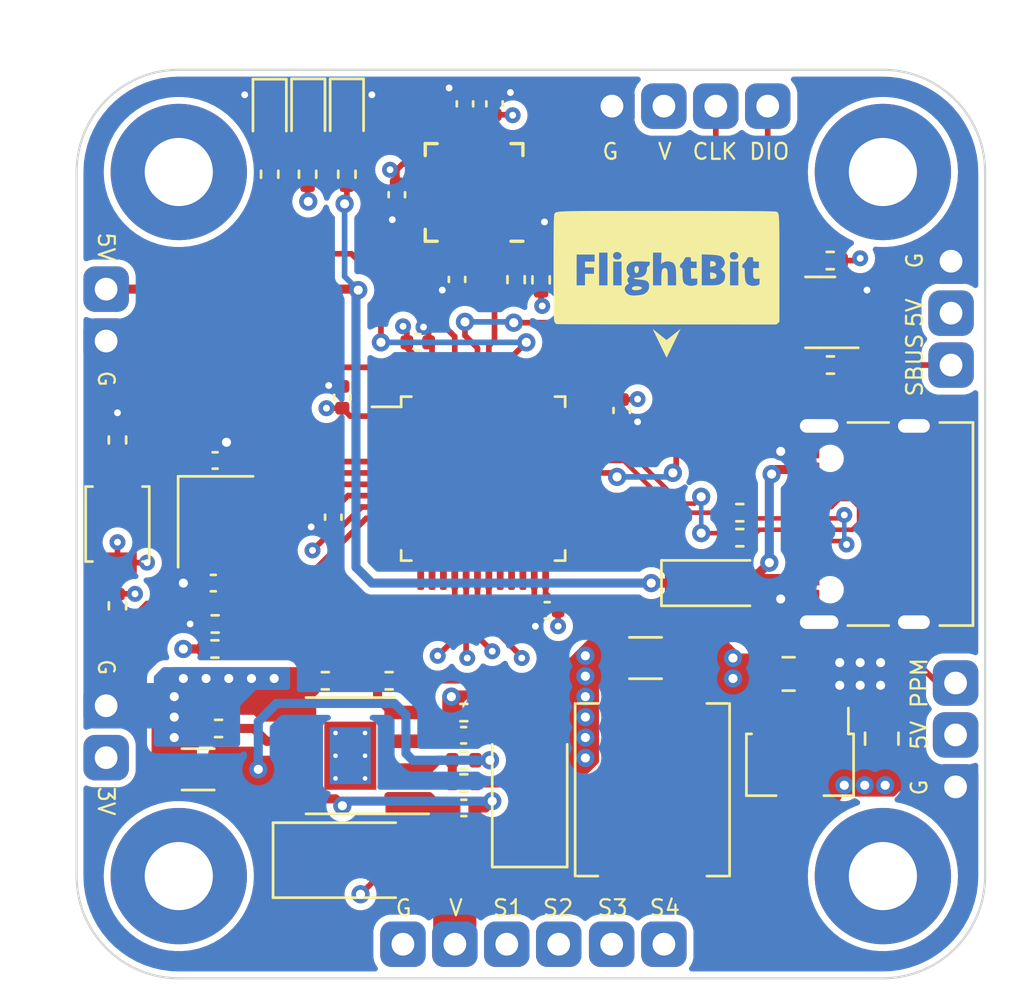
<source format=kicad_pcb>
(kicad_pcb (version 20211014) (generator pcbnew)
  (layers (0 "F.Cu" signal) (1 "In1.Cu" signal) (2 "In2.Cu" signal) (31 "B.Cu" signal) (34 "B.Paste" user) (35 "F.Paste" user) (36 "B.SilkS" user "B.Silkscreen") (37 "F.SilkS" user "F.Silkscreen") (38 "B.Mask" user) (39 "F.Mask" user) (44 "Edge.Cuts" user))
  (net 0 "")
  (net 1 "+3V3")
  (net 2 "GND")
  (net 3 "/HSE_IN")
  (net 4 "/HSE_OUT")
  (net 5 "/REGOUT")
  (net 6 "/CPOUT")
  (net 7 "/VIN")
  (net 8 "GNDPWR")
  (net 9 "Net-(C13-Pad1)")
  (net 10 "/COMP")
  (net 11 "/BST")
  (net 12 "/SW")
  (net 13 "+5V")
  (net 14 "/VBAT")
  (net 15 "Net-(D3-Pad2)")
  (net 16 "Net-(D4-Pad2)")
  (net 17 "Net-(D5-Pad2)")
  (net 18 "/SBUS")
  (net 19 "/D-")
  (net 20 "/D+")
  (net 25 "VBUS")
  (net 26 "/PPM")
  (net 27 "/TIM3_S1")
  (net 28 "/TIM3_S2")
  (net 29 "/TIM3_S3")
  (net 30 "/TIM3_S4")
  (net 31 "Net-(Q1-Pad1)")
  (net 32 "/UART1_RX")
  (net 33 "/BOOT")
  (net 34 "/NRST")
  (net 35 "/IMU_SDA")
  (net 36 "/IMU_SCL")
  (net 37 "/USB_DN")
  (net 38 "/USB_DP")
  (net 39 "/EN")
  (net 40 "/FREQ")
  (net 41 "/FB")
  (net 42 "/LED_STATUS")
  (net 43 "/VoltageMeter")
  (net 59 "/UART1_TX")
  (net 60 "/SWCLK")
  (net 61 "/SWDIO")
  (net 65 "/IMU_INT")
  (footprint "myCustomLibs:pad_01x04" (layer "F.Cu") (at 143.271 78.8 -90)
    (fp_text reference "J7")
    (fp_text value "Conn_01x04")
  )
  (footprint "Button_Switch_SMD:SW_SPST_B3U-1000P" (layer "F.Cu") (at 121.5 97.2 -90)
    (fp_text reference "SW1")
    (fp_text value "SW_Push")
  )
  (footprint "myCustomLibs:pad_01x03" (layer "F.Cu") (at 158.4 107.883)
    (fp_text reference "J3")
    (fp_text value "PPM")
  )
  (footprint "Capacitor_SMD:C_0402_1005Metric" (layer "F.Cu") (at 140.42 101 180)
    (fp_text reference "C3")
    (fp_text value "100nF")
  )
  (footprint "myCustomLibs:pad_01x06" (layer "F.Cu") (at 137.458 115.7 -90)
    (fp_text reference "J4")
    (fp_text value "OUT")
  )
  (footprint "LED_SMD:LED_0603_1608Metric" (layer "F.Cu") (at 128.2 79.1 -90)
    (fp_text reference "D3")
    (fp_text value "LEDR")
  )
  (footprint "Capacitor_SMD:C_0402_1005Metric" (layer "F.Cu") (at 143.7 92.2 -90)
    (fp_text reference "C4")
    (fp_text value "100nF")
  )
  (footprint "Resistor_SMD:R_0402_1005Metric" (layer "F.Cu") (at 129.87 81.8 -90)
    (fp_text reference "R16")
    (fp_text value "330R")
  )
  (footprint "Connector_USB:USB_C_Receptacle_Palconn_UTC16-G" (layer "F.Cu") (at 154.325 97.2 90)
    (fp_text reference "J2")
    (fp_text value "USB_C_Receptacle_USB2.0")
  )
  (footprint "SFA_LOGO:Arrow" (layer "F.Cu") (at 145.7 89.3 -90)
    (fp_text reference "G***")
    (fp_text value "LOGO" hide)
  )
  (footprint "Capacitor_SMD:C_0805_2012Metric" (layer "F.Cu") (at 155.15 106.65 90)
    (fp_text reference "C17")
    (fp_text value "10uF")
  )
  (footprint "Package_TO_SOT_SMD:SOT-23" (layer "F.Cu") (at 152.44 87.88 180)
    (fp_text reference "Q1")
    (fp_text value "1P")
  )
  (footprint "LED_SMD:LED_0603_1608Metric" (layer "F.Cu") (at 131.6 79.0875 -90)
    (fp_text reference "D5")
    (fp_text value "LEDR")
  )
  (footprint "Resistor_SMD:R_0402_1005Metric" (layer "F.Cu") (at 152.88 85.6 180)
    (fp_text reference "R6")
    (fp_text value "4k7")
  )
  (footprint "Resistor_SMD:R_0402_1005Metric" (layer "F.Cu") (at 130.65 104.1)
    (fp_text reference "R14")
    (fp_text value "39k")
  )
  (footprint "Resistor_SMD:R_0402_1005Metric" (layer "F.Cu") (at 136.75 107.6)
    (fp_text reference "R9")
    (fp_text value "100k")
  )
  (footprint "SFA_LOGO:FlightBit" (layer "F.Cu") (at 145.7 85.9)
    (fp_text reference "G***")
    (fp_text value "LOGO" hide)
  )
  (footprint "MountingHole:MountingHole_3mm_Pad" (layer "F.Cu") (at 124.2 81.7)
    (fp_text reference "H2")
    (fp_text value "MountingHole")
  )
  (footprint "Resistor_SMD:R_0402_1005Metric" (layer "F.Cu") (at 136.75 108.6 180)
    (fp_text reference "R10")
    (fp_text value "24k")
  )
  (footprint "Resistor_SMD:R_0402_1005Metric" (layer "F.Cu") (at 121.5 100.8 90)
    (fp_text reference "R2")
    (fp_text value "10k")
  )
  (footprint "Capacitor_SMD:C_0402_1005Metric" (layer "F.Cu") (at 138.1 78.7 -90)
    (fp_text reference "C8")
    (fp_text value "10nF")
  )
  (footprint "Capacitor_SMD:C_0402_1005Metric" (layer "F.Cu") (at 136.45 86.43 -90)
    (fp_text reference "C11")
    (fp_text value "2.2nF")
  )
  (footprint "Capacitor_SMD:C_0402_1005Metric" (layer "F.Cu") (at 136.75 109.7 180)
    (fp_text reference "C14")
    (fp_text value "100nF")
  )
  (footprint "LED_SMD:LED_0603_1608Metric" (layer "F.Cu") (at 129.9 79.0875 -90)
    (fp_text reference "D4")
    (fp_text value "LEDB")
  )
  (footprint "MountingHole:MountingHole_3mm_Pad" (layer "F.Cu") (at 124.2 112.7)
    (fp_text reference "H4")
    (fp_text value "MountingHole")
  )
  (footprint "Resistor_SMD:R_0402_1005Metric" (layer "F.Cu") (at 125.95 106.2)
    (fp_text reference "R11")
    (fp_text value "100k")
  )
  (footprint "Resistor_SMD:R_0402_1005Metric" (layer "F.Cu") (at 139.05 86.44 90)
    (fp_text reference "R4")
    (fp_text value "4k7")
  )
  (footprint "Resistor_SMD:R_0402_1005Metric" (layer "F.Cu") (at 125.8 101.6)
    (fp_text reference "R19")
    (fp_text value "12k")
  )
  (footprint "Resistor_SMD:R_0402_1005Metric" (layer "F.Cu") (at 125.79 102.7 180)
    (fp_text reference "R18")
    (fp_text value "100k")
  )
  (footprint "Capacitor_SMD:C_0402_1005Metric" (layer "F.Cu") (at 133.8 82.7 -90)
    (fp_text reference "C10")
    (fp_text value "100nF")
  )
  (footprint "Capacitor_SMD:C_1206_3216Metric" (layer "F.Cu") (at 125.05 108 180)
    (fp_text reference "C12")
    (fp_text value "10uF/50V")
  )
  (footprint "Capacitor_SMD:C_0402_1005Metric" (layer "F.Cu") (at 136.8 78.7 90)
    (fp_text reference "C9")
    (fp_text value "100nF")
  )
  (footprint "Resistor_SMD:R_0402_1005Metric" (layer "F.Cu") (at 152.89 90.2)
    (fp_text reference "R5")
    (fp_text value "4k7")
  )
  (footprint "MountingHole:MountingHole_3mm_Pad" (layer "F.Cu") (at 155.2 81.7)
    (fp_text reference "H3")
    (fp_text value "MountingHole")
  )
  (footprint "Capacitor_SMD:C_0402_1005Metric" (layer "F.Cu") (at 125.72 99.8)
    (fp_text reference "C7")
    (fp_text value "20pF")
  )
  (footprint "Resistor_SMD:R_0402_1005Metric" (layer "F.Cu") (at 148.9 97.8 180)
    (fp_text reference "R8")
    (fp_text value "22R")
  )
  (footprint "myCustomLibs:pad_01x03" (layer "F.Cu") (at 158.2 86.517 180)
    (fp_text reference "J1")
    (fp_text value "SBUS")
  )
  (footprint "Diode_SMD:D_SOD-123" (layer "F.Cu") (at 147.7 99.8)
    (fp_text reference "D6")
    (fp_text value "S7")
  )
  (footprint "Crystal:Crystal_SMD_3225-4Pin_3.2x2.5mm" (layer "F.Cu") (at 125.82 97.1 -90)
    (fp_text reference "Y1")
    (fp_text value "8MHz")
  )
  (footprint "Capacitor_SMD:C_0402_1005Metric" (layer "F.Cu") (at 136.74 106.5 180)
    (fp_text reference "C13")
    (fp_text value "150pF")
  )
  (footprint "Resistor_SMD:R_0402_1005Metric" (layer "F.Cu") (at 148.9 96.7 180)
    (fp_text reference "R7")
    (fp_text value "22R")
  )
  (footprint "Package_TO_SOT_SMD:SOT-89-3" (layer "F.Cu") (at 151.55 107.5 -90)
    (fp_text reference "U4")
    (fp_text value "AZ1117-3.3")
  )
  (footprint "Capacitor_SMD:C_0805_2012Metric" (layer "F.Cu") (at 151.05 103.8)
    (fp_text reference "C16")
    (fp_text value "10uF")
  )
  (footprint "Resistor_SMD:R_0402_1005Metric" (layer "F.Cu") (at 140.15 86.45 90)
    (fp_text reference "R3")
    (fp_text value "4k7")
  )
  (footprint "Resistor_SMD:R_0402_1005Metric" (layer "F.Cu") (at 128.2 81.8 -90)
    (fp_text reference "R15")
    (fp_text value "150R")
  )
  (footprint "Capacitor_SMD:C_0402_1005Metric" (layer "F.Cu") (at 131.4 91.62 90)
    (fp_text reference "C5")
    (fp_text value "100nF")
  )
  (footprint "Resistor_SMD:R_0402_1005Metric" (layer "F.Cu") (at 131.6 81.8 -90)
    (fp_text reference "R17")
    (fp_text value "260R")
  )
  (footprint "Capacitor_SMD:C_0402_1005Metric" (layer "F.Cu") (at 125.8 94.4 180)
    (fp_text reference "C6")
    (fp_text value "20pF")
  )
  (footprint "Diode_SMD:D_SMA" (layer "F.Cu") (at 131.75 112)
    (fp_text reference "D1")
    (fp_text value "SS34")
  )
  (footprint "myCustomLibs:pad_01x02" (layer "F.Cu") (at 121 89.143)
    (fp_text reference "J5")
    (fp_text value "Conn_01x02")
  )
  (footprint "Capacitor_SMD:C_1206_3216Metric" (layer "F.Cu") (at 144.75 103.1 180)
    (fp_text reference "C15")
    (fp_text value "22uF/16V")
  )
  (footprint "Capacitor_SMD:C_0402_1005Metric" (layer "F.Cu") (at 134.72 89.2)
    (fp_text reference "C2")
    (fp_text value "100nF")
  )
  (footprint "Diode_SMD:D_SMA" (layer "F.Cu") (at 139.65 108.9 90)
    (fp_text reference "D2")
    (fp_text value "SS34")
  )
  (footprint "Package_SO:SOIC-8-1EP_3.9x4.9mm_P1.27mm_EP2.29x3mm_ThermalVias" (layer "F.Cu") (at 131.75 107.4 180)
    (fp_text reference "U3")
    (fp_text value "MP1584")
  )
  (footprint "Resistor_SMD:R_0402_1005Metric" (layer "F.Cu") (at 121.5 93.5 -90)
    (fp_text reference "R1")
    (fp_text value "10k")
  )
  (footprint "Package_QFP:LQFP-48_7x7mm_P0.5mm" (layer "F.Cu") (at 137.6 95.2)
    (fp_text reference "U1")
    (fp_text value "STM32F103C8Tx")
  )
  (footprint "Sensor_Motion:InvenSense_QFN-24_4x4mm_P0.5mm" (layer "F.Cu") (at 137.2 82.6 180)
    (fp_text reference "U2")
    (fp_text value "MPU-6050")
  )
  (footprint "Resistor_SMD:R_0402_1005Metric" (layer "F.Cu") (at 136.75 105.5)
    (fp_text reference "R12")
    (fp_text value "100k")
  )
  (footprint "MountingHole:MountingHole_3mm_Pad" (layer "F.Cu") (at 155.2 112.7)
    (fp_text reference "H1")
    (fp_text value "MountingHole")
  )
  (footprint "Resistor_SMD:R_0402_1005Metric" (layer "F.Cu") (at 133.46 104.1)
    (fp_text reference "R13")
    (fp_text value "200k")
  )
  (footprint "myCustomLibs:pad_01x02" (layer "F.Cu") (at 121 105.2 180)
    (fp_text reference "J6")
    (fp_text value "Conn_01x02")
  )
  (footprint "Inductor_SMD:L_Neosid_SM-PIC0602H" (layer "F.Cu") (at 145.05 108.9 90)
    (fp_text reference "L1")
    (fp_text value "15uH/3A")
  )
  (footprint "Capacitor_SMD:C_0402_1005Metric" (layer "F.Cu") (at 131 96.9 90)
    (fp_text reference "C1")
    (fp_text value "100nF")
  )
  (footprint "NetTie:NetTie-2_SMD_Pad2.0mm" (layer "B.Cu") (at 123 105.2 180)
    (fp_text reference "NT1")
    (fp_text value "NetTie_2")
  )
  (gr_arc (start 124.2 117.2) (mid 121.018019 115.881981) (end 119.7 112.7) (layer "Edge.Cuts") (width 0.1))
  (gr_line (start 124.2 77.2) (end 155.2 77.2) (layer "Edge.Cuts") (width 0.1))
  (gr_arc (start 159.7 112.7) (mid 158.381981 115.881981) (end 155.2 117.2) (layer "Edge.Cuts") (width 0.1))
  (gr_arc (start 155.2 77.2) (mid 158.381981 78.518019) (end 159.7 81.7) (layer "Edge.Cuts") (width 0.1))
  (gr_line (start 155.2 117.2) (end 124.2 117.2) (layer "Edge.Cuts") (width 0.1))
  (gr_line (start 159.7 81.7) (end 159.7 112.7) (layer "Edge.Cuts") (width 0.1))
  (gr_line (start 119.7 112.7) (end 119.7 81.7) (layer "Edge.Cuts") (width 0.1))
  (gr_arc (start 119.7 81.7) (mid 121.018019 78.518019) (end 124.2 77.2) (layer "Edge.Cuts") (width 0.1))
  (gr_text "PPM" (at 156.8 104.2 90) (layer "F.SilkS") (effects (font (size 0.7 0.7) (thickness 0.1))))
  (gr_text "G" (at 134.1 114.1) (layer "F.SilkS") (effects (font (size 0.7 0.7) (thickness 0.1))))
  (gr_text "G" (at 121 90.8 270) (layer "F.SilkS") (effects (font (size 0.7 0.7) (thickness 0.1))))
  (gr_text "S4\n" (at 145.6 114.1) (layer "F.SilkS") (effects (font (size 0.7 0.7) (thickness 0.1))))
  (gr_text "G" (at 143.2 80.8) (layer "F.SilkS") (effects (font (size 0.7 0.7) (thickness 0.1))))
  (gr_text "V" (at 145.6 80.8) (layer "F.SilkS") (effects (font (size 0.7 0.7) (thickness 0.1))))
  (gr_text "5V" (at 156.6 87.9 90) (layer "F.SilkS") (effects (font (size 0.7 0.7) (thickness 0.1))))
  (gr_text "DIO" (at 150.2 80.8) (layer "F.SilkS") (effects (font (size 0.7 0.7) (thickness 0.1))))
  (gr_text "G" (at 156.8 108.8 90) (layer "F.SilkS") (effects (font (size 0.7 0.7) (thickness 0.1))))
  (gr_text "S3\n" (at 143.3 114.1) (layer "F.SilkS") (effects (font (size 0.7 0.7) (thickness 0.1))))
  (gr_text "V" (at 136.4 114.1) (layer "F.SilkS") (effects (font (size 0.7 0.7) (thickness 0.1))))
  (gr_text "S2" (at 140.9 114.1) (layer "F.SilkS") (effects (font (size 0.7 0.7) (thickness 0.1))))
  (gr_text "CLK" (at 147.8 80.8) (layer "F.SilkS") (effects (font (size 0.7 0.7) (thickness 0.1))))
  (gr_text "S1" (at 138.7 114.1) (layer "F.SilkS") (effects (font (size 0.7 0.7) (thickness 0.1))))
  (gr_text "5V" (at 156.8 106.5 90) (layer "F.SilkS") (effects (font (size 0.7 0.7) (thickness 0.1))))
  (gr_text "SBUS" (at 156.6 90.2 90) (layer "F.SilkS") (effects (font (size 0.7 0.7) (thickness 0.1))))
  (gr_text "G" (at 156.6 85.6 90) (layer "F.SilkS") (effects (font (size 0.7 0.7) (thickness 0.1))))
  (gr_text "5V" (at 121 85 270) (layer "F.SilkS") (effects (font (size 0.7 0.7) (thickness 0.1))))
  (gr_text "3V" (at 121 109.4 270) (layer "F.SilkS") (effects (font (size 0.7 0.7) (thickness 0.1))))
  (gr_text "G" (at 121 103.5 270) (layer "F.SilkS") (effects (font (size 0.7 0.7) (thickness 0.1))))
  (segment (start 135.25 81.35) (end 134.05 81.35) (width 0.25) (layer "F.Cu") (net 1))
  (segment (start 121.5 98.9) (end 122.8 98.9) (width 0.25) (layer "F.Cu") (net 1))
  (segment (start 143.38 91.72) (end 143.7 91.72) (width 0.25) (layer "F.Cu") (net 1))
  (segment (start 133.8 81.9) (end 133.8 82.22) (width 0.25) (layer "F.Cu") (net 1))
  (segment (start 131 97.446111) (end 130.08662 98.359491) (width 0.25) (layer "F.Cu") (net 1))
  (segment (start 131 97.38) (end 131 97.446111) (width 0.25) (layer "F.Cu") (net 1))
  (segment (start 134.24 89.2) (end 134.24 88.661513) (width 0.25) (layer "F.Cu") (net 1))
  (segment (start 153.39 85.6) (end 154.1 85.6) (width 0.25) (layer "F.Cu") (net 1))
  (segment (start 134.85 90.05) (end 134.24 89.44) (width 0.25) (layer "F.Cu") (net 1))
  (segment (start 132.25 96.45) (end 131.32 97.38) (width 0.25) (layer "F.Cu") (net 1))
  (segment (start 140.35 100.25) (end 140.9 100.8) (width 0.25) (layer "F.Cu") (net 1))
  (segment (start 140.15 87.55) (end 140.15 86.96) (width 0.25) (layer "F.Cu") (net 1))
  (segment (start 121.516944 100.273056) (end 121.5 100.29) (width 0.25) (layer "F.Cu") (net 1))
  (segment (start 141.7625 92.45) (end 142.65 92.45) (width 0.25) (layer "F.Cu") (net 1))
  (segment (start 154.1 85.6) (end 154.2 85.5) (width 0.25) (layer "F.Cu") (net 1))
  (segment (start 140.9 100.8) (end 140.9 101) (width 0.25) (layer "F.Cu") (net 1))
  (segment (start 129.87 82.97) (end 129.9 83) (width 0.25) (layer "F.Cu") (net 1))
  (segment (start 137.95 79.33) (end 138.1 79.18) (width 0.25) (layer "F.Cu") (net 1))
  (segment (start 133.5 81.6) (end 133.8 81.9) (width 0.25) (layer "F.Cu") (net 1))
  (segment (start 121.5 98.9) (end 121.5 98) (width 0.25) (layer "F.Cu") (net 1))
  (segment (start 133.8 81.6) (end 133.8 82.22) (width 0.25) (layer "F.Cu") (net 1))
  (segment (start 134.05 81.35) (end 133.8 81.6) (width 0.25) (layer "F.Cu") (net 1))
  (segment (start 122.273056 100.273056) (end 121.516944 100.273056) (width 0.25) (layer "F.Cu") (net 1))
  (segment (start 139.05 86.95) (end 140.14 86.95) (width 0.25) (layer "F.Cu") (net 1))
  (segment (start 140.2 87.6) (end 140.15 87.55) (width 0.25) (layer "F.Cu") (net 1))
  (segment (start 142.65 92.45) (end 143.38 91.72) (width 0.25) (layer "F.Cu") (net 1))
  (segment (start 140.9 101) (end 140.9 101.7) (width 0.25) (layer "F.Cu") (net 1))
  (segment (start 143.7 91.72) (end 144.38 91.72) (width 0.25) (layer "F.Cu") (net 1))
  (segment (start 131.75 92.45) (end 131.4 92.1) (width 0.25) (layer "F.Cu") (net 1))
  (segment (start 140.35 99.3625) (end 140.35 100.25) (width 0.25) (layer "F.Cu") (net 1))
  (segment (start 138.1 79.18) (end 138.88 79.18) (width 0.25) (layer "F.Cu") (net 1))
  (segment (start 134.85 91.0375) (end 134.85 90.05) (width 0.25) (layer "F.Cu") (net 1))
  (segment (start 131.4 92.1) (end 130.7 92.1) (width 0.25) (layer "F.Cu") (net 1))
  (segment (start 134.24 89.44) (end 134.24 89.2) (width 0.25) (layer "F.Cu") (net 1))
  (segment (start 133.4375 96.45) (end 132.25 96.45) (width 0.25) (layer "F.Cu") (net 1))
  (segment (start 140.14 86.95) (end 140.15 86.96) (width 0.25) (layer "F.Cu") (net 1))
  (segment (start 137.95 80.65) (end 137.95 79.33) (width 0.25) (layer "F.Cu") (net 1))
  (segment (start 131.32 97.38) (end 131 97.38) (width 0.25) (layer "F.Cu") (net 1))
  (segment (start 144.38 91.72) (end 144.4 91.7) (width 0.25) (layer "F.Cu") (net 1))
  (segment (start 129.87 82.31) (end 129.87 82.97) (width 0.25) (layer "F.Cu") (net 1))
  (segment (start 134.24 88.661513) (end 134.074099 88.495612) (width 0.25) (layer "F.Cu") (net 1))
  (segment (start 133.4375 92.45) (end 131.75 92.45) (width 0.25) (layer "F.Cu") (net 1))
  (segment (start 138.88 79.18) (end 138.9 79.2) (width 0.25) (layer "F.Cu") (net 1))
  (via (at 122.8 98.9) (size 0.7) (drill 0.3) (layers "F.Cu" "B.Cu") (net 1))
  (via (at 140.9 101.7) (size 0.7) (drill 0.3) (layers "F.Cu" "B.Cu") (net 1))
  (via (at 154.2 85.5) (size 0.7) (drill 0.3) (layers "F.Cu" "B.Cu") (net 1))
  (via (at 134.074099 88.495612) (size 0.7) (drill 0.3) (layers "F.Cu" "B.Cu") (net 1))
  (via (at 140.2 87.6) (size 0.7) (drill 0.3) (layers "F.Cu" "B.Cu") (net 1))
  (via (at 122.273056 100.273056) (size 0.7) (drill 0.3) (layers "F.Cu" "B.Cu") (net 1))
  (via (at 130.08662 98.359491) (size 0.7) (drill 0.3) (layers "F.Cu" "B.Cu") (net 1))
  (via (at 121.5 98) (size 0.7) (drill 0.3) (layers "F.Cu" "B.Cu") (net 1))
  (via (at 130.7 92.1) (size 0.7) (drill 0.3) (layers "F.Cu" "B.Cu") (net 1))
  (via (at 129.9 83) (size 0.8) (drill 0.4) (layers "F.Cu" "B.Cu") (net 1))
  (via (at 155.3 108.7) (size 0.8) (drill 0.4) (layers "F.Cu" "B.Cu") (net 1))
  (via (at 133.5 81.6) (size 0.7) (drill 0.3) (layers "F.Cu" "B.Cu") (net 1))
  (via (at 153.5 108.7) (size 0.8) (drill 0.4) (layers "F.Cu" "B.Cu") (net 1))
  (via (at 138.9 79.2) (size 0.7) (drill 0.3) (layers "F.Cu" "B.Cu") (net 1))
  (via (at 154.4 108.7) (size 0.8) (drill 0.4) (layers "F.Cu" "B.Cu") (net 1))
  (via (at 144.4 91.7) (size 0.7) (drill 0.3) (layers "F.Cu" "B.Cu") (net 1))
  (segment (start 139.85 99.3625) (end 139.85 100.91) (width 0.25) (layer "F.Cu") (net 2))
  (segment (start 127.1125 78.3125) (end 127.1 78.3) (width 0.25) (layer "F.Cu") (net 2))
  (segment (start 143.43 92.95) (end 143.7 92.68) (width 0.25) (layer "F.Cu") (net 2))
  (segment (start 154.47 86.93) (end 154.5 86.9) (width 0.25) (layer "F.Cu") (net 2))
  (segment (start 138.78 78.22) (end 138.8 78.2) (width 0.25) (layer "F.Cu") (net 2))
  (segment (start 137.46548 80.63452) (end 137.46548 78.84759) (width 0.25) (layer "F.Cu") (net 2))
  (segment (start 135.35 91.0375) (end 135.35 89.35) (width 0.25) (layer "F.Cu") (net 2))
  (segment (start 136.8 78.22) (end 136.58 78.22) (width 0.25) (layer "F.Cu") (net 2))
  (segment (start 135.2 89.2) (end 135.2 88.753888) (width 0.25) (layer "F.Cu") (net 2))
  (segment (start 133.8 83.18) (end 133.8 83.4) (width 0.25) (layer "F.Cu") (net 2))
  (segment (start 135.35 89.35) (end 135.2 89.2) (width 0.25) (layer "F.Cu") (net 2))
  (segment (start 151.815 94) (end 150.7 94) (width 0.4) (layer "F.Cu") (net 2))
  (segment (start 131.18 96.42) (end 131.65 95.95) (width 0.25) (layer "F.Cu") (net 2))
  (segment (start 152.395 101.52) (end 156.565 101.52) (width 0.4) (layer "F.Cu") (net 2))
  (segment (start 126.28 93.62) (end 126.3 93.6) (width 0.4) (layer "F.Cu") (net 2))
  (segment (start 136.45 79.95) (end 136.45 80.65) (width 0.25) (layer "F.Cu") (net 2))
  (segment (start 126.28 94.4) (end 126.28 93.62) (width 0.4) (layer "F.Cu") (net 2))
  (segment (start 136.8 78.22) (end 136.32 78.22) (width 0.25) (layer "F.Cu") (net 2))
  (segment (start 135.2 88.753888) (end 134.973056 88.526944) (width 0.25) (layer "F.Cu") (net 2))
  (segment (start 150.8 100.4) (end 150.7 100.5) (width 0.4) (layer "F.Cu") (net 2))
  (segment (start 131 96.42) (end 130.933888 96.42) (width 0.25) (layer "F.Cu") (net 2))
  (segment (start 134.25 83.85) (end 135.25 83.85) (width 0.25) (layer "F.Cu") (net 2))
  (segment (start 139.94 101.66) (end 139.9 101.7) (width 0.25) (layer "F.Cu") (net 2))
  (segment (start 125.24 98.47) (end 124.97 98.2) (width 0.4) (layer "F.Cu") (net 2))
  (segment (start 139.94 101) (end 139.94 101.66) (width 0.25) (layer "F.Cu") (net 2))
  (segment (start 138.1 78.22) (end 138.78 78.22) (width 0.25) (layer "F.Cu") (net 2))
  (segment (start 152.395 92.88) (end 156.565 92.88) (width 0.4) (layer "F.Cu") (net 2))
  (segment (start 128.2 78.3125) (end 127.1125 78.3125) (width 0.25) (layer "F.Cu") (net 2))
  (segment (start 136.1 78.7) (end 136.1 79.6) (width 0.25) (layer "F.Cu") (net 2))
  (segment (start 131.4 91.14) (end 130.84 91.14) (width 0.25) (layer "F.Cu") (net 2))
  (segment (start 143.7 92.68) (end 144.38 92.68) (width 0.25) (layer "F.Cu") (net 2))
  (segment (start 139.15 83.85) (end 140.25 83.85) (width 0.25) (layer "F.Cu") (net 2))
  (segment (start 141.7625 92.95) (end 143.43 92.95) (width 0.25) (layer "F.Cu") (net 2))
  (segment (start 136.32 78.22) (end 136.1 78) (width 0.25) (layer "F.Cu") (net 2))
  (segment (start 136.45 86.91) (end 135.81 86.91) (width 0.25) (layer "F.Cu") (net 2))
  (segment (start 131.65 95.95) (end 133.4375 95.95) (width 0.25) (layer "F.Cu") (net 2))
  (segment (start 130.84 91.14) (end 130.8 91.1) (width 0.25) (layer "F.Cu") (net 2))
  (segment (start 139.85 100.91) (end 139.94 101) (width 0.25) (layer "F.Cu") (net 2))
  (segment (start 126.28 94.88) (end 126.28 94.4) (width 0.4) (layer "F.Cu") (net 2))
  (segment (start 125.29 101.6) (end 124.7 101.6) (width 0.25) (layer "F.Cu") (net 2))
  (segment (start 126.67 95.27) (end 126.28 94.88) (width 0.4) (layer "F.Cu") (net 2))
  (segment (start 128.2 78.3125) (end 131.5875 78.3125) (width 0.25) (layer "F.Cu") (net 2))
  (segment (start 137.46548 78.84759) (end 138.09307 78.22) (width 0.25) (layer "F.Cu") (net 2))
  (segment (start 131.5875 78.3125) (end 131.6 78.3) (width 0.25) (layer "F.Cu") (net 2))
  (segment (start 131 96.42) (end 131.18 96.42) (width 0.25) (layer "F.Cu") (net 2))
  (segment (start 138.09307 78.22) (end 138.1 78.22) (width 0.25) (layer "F.Cu") (net 2))
  (segment (start 131.6 78.3) (end 132.7 78.3) (width 0.25) (layer "F.Cu") (net 2))
  (segment (start 135.81 86.91) (end 135.8 86.9) (width 0.25) (layer "F.Cu") (net 2))
  (segment (start 133.8 83.4) (end 134.25 83.85) (width 0.25) (layer "F.Cu") (net 2))
  (segment (start 136.1 79.6) (end 136.45 79.95) (width 0.25) (layer "F.Cu") (net 2))
  (segment (start 126.67 96) (end 126.67 95.27) (width 0.4) (layer "F.Cu") (net 2))
  (segment (start 151.815 100.4) (end 150.8 100.4) (width 0.4) (layer "F.Cu") (net 2))
  (segment (start 121.5 92.99) (end 121.5 92.3) (width 0.25) (layer "F.Cu") (net 2))
  (segment (start 133.8 83.6) (end 133.6 83.8) (width 0.25) (layer "F.Cu") (net 2))
  (segment (start 125.24 99.8) (end 124.4 99.8) (width 0.4) (layer "F.Cu") (net 2))
  (segment (start 133.8 83.18) (end 133.8 83.6) (width 0.25) (layer "F.Cu") (net 2))
  (segment (start 136.58 78.22) (end 136.1 78.7) (width 0.25) (layer "F.Cu") (net 2))
  (segment (start 153.3775 86.93) (end 154.47 86.93) (width 0.25) (layer "F.Cu") (net 2))
  (segment (start 137.45 80.65) (end 137.46548 80.63452) (width 0.25) (layer "F.Cu") (net 2))
  (segment (start 144.38 92.68) (end 144.4 92.7) (width 0.25) (layer "F.Cu") (net 2))
  (segment (start 140.25 83.85) (end 140.3 83.9) (width 0.25) (layer "F.Cu") (net 2))
  (segment (start 125.24 99.8) (end 125.24 98.47) (width 0.4) (layer "F.Cu") (net 2))
  (segment (start 130.933888 96.42) (end 130.026944 97.326944) (width 0.25) (layer "F.Cu") (net 2))
  (via (at 154.2 104.3) (size 0.8) (drill 0.4) (layers "F.Cu" "B.Cu") (net 2))
  (via (at 154.5 86.9) (size 0.7) (drill 0.3) (layers "F.Cu" "B.Cu") (net 2))
  (via (at 124.7 101.6) (size 0.7) (drill 0.3) (layers "F.Cu" "B.Cu") (net 2))
  (via (at 138.8 78.2) (size 0.7) (drill 0.3) (layers "F.Cu" "B.Cu") (net 2))
  (via (at 136.1 78) (size 0.7) (drill 0.3) (layers "F.Cu" "B.Cu") (net 2))
  (via (at 127.1 78.3) (size 0.7) (drill 0.3) (layers "F.Cu" "B.Cu") (net 2))
  (via (at 124.4 99.8) (size 0.8) (drill 0.4) (layers "F.Cu" "B.Cu") (net 2))
  (via (at 140.3 83.9) (size 0.7) (drill 0.3) (layers "F.Cu" "B.Cu") (net 2))
  (via (at 139.9 101.7) (size 0.7) (drill 0.3) (layers "F.Cu" "B.Cu") (net 2))
  (via (at 121.5 92.3) (size 0.7) (drill 0.3) (layers "F.Cu" "B.Cu") (net 2))
  (via (at 150.7 100.5) (size 0.8) (drill 0.4) (layers "F.Cu" "B.Cu") (net 2))
  (via (at 132.7 78.3) (size 0.7) (drill 0.3) (layers "F.Cu" "B.Cu") (net 2))
  (via (at 135.8 86.9) (size 0.7) (drill 0.3) (layers "F.Cu" "B.Cu") (net 2))
  (via (at 155.1 104.3) (size 0.8) (drill 0.4) (layers "F.Cu" "B.Cu") (net 2))
  (via (at 126.3 93.6) (size 0.8) (drill 0.4) (layers "F.Cu" "B.Cu") (net 2))
  (via (at 153.3 103.3) (size 0.8) (drill 0.4) (layers "F.Cu" "B.Cu") (net 2))
  (via (at 144.4 92.7) (size 0.7) (drill 0.3) (layers "F.Cu" "B.Cu") (net 2))
  (via (at 153.3 104.3) (size 0.8) (drill 0.4) (layers "F.Cu" "B.Cu") (net 2))
  (via (at 130.026944 97.326944) (size 0.7) (drill 0.3) (layers "F.Cu" "B.Cu") (net 2))
  (via (at 150.7 94) (size 0.8) (drill 0.4) (layers "F.Cu" "B.Cu") (net 2))
  (via (at 154.2 103.3) (size 0.8) (drill 0.4) (layers "F.Cu" "B.Cu") (net 2))
  (via (at 155.1 103.3) (size 0.8) (drill 0.4) (layers "F.Cu" "B.Cu") (net 2))
  (via (at 134.973056 88.526944) (size 0.7) (drill 0.3) (layers "F.Cu" "B.Cu") (net 2))
  (via (at 130.8 91.1) (size 0.7) (drill 0.3) (layers "F.Cu" "B.Cu") (net 2))
  (via (at 133.6 83.8) (size 0.7) (drill 0.3) (layers "F.Cu" "B.Cu") (net 2))
  (segment (start 124.97 96) (end 124.97 95.33) (width 0.25) (layer "F.Cu") (net 3))
  (segment (start 125.7 97.1) (end 124.97 96.37) (width 0.25) (layer "F.Cu") (net 3))
  (segment (start 130.25 94.45) (end 127.6 97.1) (width 0.25) (layer "F.Cu") (net 3))
  (segment (start 124.97 96.37) (end 124.97 96) (width 0.25) (layer "F.Cu") (net 3))
  (segment (start 124.97 95.33) (end 125.32 94.98) (width 0.25) (layer "F.Cu") (net 3))
  (segment (start 125.32 94.4) (end 125.32 94.98) (width 0.25) (layer "F.Cu") (net 3))
  (segment (start 127.6 97.1) (end 125.7 97.1) (width 0.25) (layer "F.Cu") (net 3))
  (segment (start 133.4375 94.45) (end 130.25 94.45) (width 0.25) (layer "F.Cu") (net 3))
  (segment (start 126.67 98.2) (end 126.67 98.63) (width 0.25) (layer "F.Cu") (net 4))
  (segment (start 130.65 94.95) (end 133.4375 94.95) (width 0.25) (layer "F.Cu") (net 4))
  (segment (start 126.67 98.2) (end 127.4 98.2) (width 0.25) (layer "F.Cu") (net 4))
  (segment (start 126.67 98.63) (end 126.2 99.1) (width 0.25) (layer "F.Cu") (net 4))
  (segment (start 127.4 98.2) (end 130.65 94.95) (width 0.25) (layer "F.Cu") (net 4))
  (segment (start 126.2 99.1) (end 126.2 99.8) (width 0.25) (layer "F.Cu") (net 4))
  (segment (start 136.95 80.65) (end 136.95 79.33) (width 0.25) (layer "F.Cu") (net 5))
  (segment (start 136.95 79.33) (end 136.8 79.18) (width 0.25) (layer "F.Cu") (net 5))
  (segment (start 136.45 85.95) (end 136.45 84.55) (width 0.25) (layer "F.Cu") (net 6))
  (segment (start 137.26 107.6) (end 137.9 107.6) (width 0.4) (layer "F.Cu") (net 7))
  (via (at 127.7 108) (size 0.8) (drill 0.4) (layers "F.Cu" "B.Cu") (net 7))
  (via (at 137.9 107.6) (size 0.8) (drill 0.4) (layers "F.Cu" "B.Cu") (net 7))
  (segment (start 134.2 107.3) (end 134.2 105.6) (width 0.4) (layer "B.Cu") (net 7))
  (segment (start 134.2 105.6) (end 133.7 105.1) (width 0.4) (layer "B.Cu") (net 7))
  (segment (start 127.7 105.9) (end 127.7 108) (width 0.4) (layer "B.Cu") (net 7))
  (segment (start 137.9 107.6) (end 134.5 107.6) (width 0.4) (layer "B.Cu") (net 7))
  (segment (start 134.5 107.6) (end 134.2 107.3) (width 0.4) (layer "B.Cu") (net 7))
  (segment (start 128.5 105.1) (end 127.7 105.9) (width 0.4) (layer "B.Cu") (net 7))
  (segment (start 133.7 105.1) (end 128.5 105.1) (width 0.4) (layer "B.Cu") (net 7))
  (segment (start 139.65 108.45) (end 139.65 106.9) (width 0.4) (layer "F.Cu") (net 8))
  (segment (start 137.26 108.6) (end 139.5 108.6) (width 0.4) (layer "F.Cu") (net 8))
  (segment (start 139.5 108.6) (end 139.65 108.45) (width 0.4) (layer "F.Cu") (net 8))
  (via (at 127.4 104) (size 0.8) (drill 0.4) (layers "F.Cu" "B.Cu") (net 8))
  (via (at 142.1 106.6) (size 0.8) (drill 0.4) (layers "F.Cu" "B.Cu") (net 8))
  (via (at 124 105.7) (size 0.8) (drill 0.4) (layers "F.Cu" "B.Cu") (net 8))
  (via (at 142.1 105.7) (size 0.8) (drill 0.4) (layers "F.Cu" "B.Cu") (net 8))
  (via (at 142.1 103.9) (size 0.8) (drill 0.4) (layers "F.Cu" "B.Cu") (net 8))
  (via (at 142.1 104.8) (size 0.8) (drill 0.4) (layers "F.Cu" "B.Cu") (net 8))
  (via (at 142.1 107.5) (size 0.8) (drill 0.4) (layers "F.Cu" "B.Cu") (net 8))
  (via (at 126.4 104) (size 0.8) (drill 0.4) (layers "F.Cu" "B.Cu") (net 8))
  (via (at 128.4 104) (size 0.8) (drill 0.4) (layers "F.Cu" "B.Cu") (net 8))
  (via (at 124 106.6) (size 0.8) (drill 0.4) (layers "F.Cu" "B.Cu") (net 8))
  (via (at 124 104.8) (size 0.8) (drill 0.4) (layers "F.Cu" "B.Cu") (net 8))
  (via (at 136.2 104.8) (size 0.8) (drill 0.4) (layers "F.Cu" "B.Cu") (net 8))
  (via (at 142.1 103) (size 0.8) (drill 0.4) (layers "F.Cu" "B.Cu") (net 8))
  (via (at 124.4 104) (size 0.8) (drill 0.4) (layers "F.Cu" "B.Cu") (net 8))
  (via (at 125.4 104) (size 0.8) (drill 0.4) (layers "F.Cu" "B.Cu") (net 8))
  (segment (start 137.26 106.46) (end 137.22 106.5) (width 0.4) (layer "F.Cu") (net 9))
  (segment (start 137.26 105.5) (end 137.26 106.46) (width 0.4) (layer "F.Cu") (net 9))
  (segment (start 135.7 106.5) (end 135.435 106.765) (width 0.4) (layer "F.Cu") (net 10))
  (segment (start 136.26 106.5) (end 135.7 106.5) (width 0.4) (layer "F.Cu") (net 10))
  (segment (start 135.435 106.765) (end 134.225 106.765) (width 0.4) (layer "F.Cu") (net 10))
  (segment (start 131.1 109.3) (end 131.4 109.6) (width 0.4) (layer "F.Cu") (net 11))
  (segment (start 130.4 109.3) (end 131.1 109.3) (width 0.4) (layer "F.Cu") (net 11))
  (segment (start 137.7 109.7) (end 138 109.4) (width 0.4) (layer "F.Cu") (net 11))
  (segment (start 129.275 109.305) (end 130.395 109.305) (width 0.4) (layer "F.Cu") (net 11))
  (segment (start 130.395 109.305) (end 130.4 109.3) (width 0.4) (layer "F.Cu") (net 11))
  (segment (start 137.23 109.7) (end 137.7 109.7) (width 0.4) (layer "F.Cu") (net 11))
  (via (at 131.4 109.6) (size 0.8) (drill 0.4) (layers "F.Cu" "B.Cu") (net 11))
  (via (at 138 109.4) (size 0.8) (drill 0.4) (layers "F.Cu" "B.Cu") (net 11))
  (segment (start 131.6 109.4) (end 131.4 109.6) (width 0.4) (layer "B.Cu") (net 11))
  (segment (start 138 109.4) (end 131.6 109.4) (width 0.4) (layer "B.Cu") (net 11))
  (segment (start 131.6 82.31) (end 131.6 83) (width 0.25) (layer "F.Cu") (net 13))
  (segment (start 139.7 104.1) (end 142.4 101.4) (width 0.25) (layer "F.Cu") (net 13))
  (segment (start 132.057 86.857) (end 121 86.857) (width 0.4) (layer "F.Cu") (net 13))
  (segment (start 142.4 101.4) (end 145.9 101.4) (width 0.25) (layer "F.Cu") (net 13))
  (segment (start 146.1 101.4) (end 146.225 101.275) (width 0.4) (layer "F.Cu") (net 13))
  (segment (start 133.97 104.1) (end 139.7 104.1) (width 0.25) (layer "F.Cu") (net 13))
  (segment (start 132.1 86.9) (end 132.057 86.857) (width 0.4) (layer "F.Cu") (net 13))
  (segment (start 145.9 101.4) (end 146.225 101.725) (width 0.25) (layer "F.Cu") (net 13))
  (segment (start 146.225 101.725) (end 146.225 103.1) (width 0.25) (layer "F.Cu") (net 13))
  (segment (start 146.225 99.975) (end 146.05 99.8) (width 0.4) (layer "F.Cu") (net 13))
  (segment (start 146.225 101.275) (end 146.225 99.975) (width 0.4) (layer "F.Cu") (net 13))
  (segment (start 146.225 103.1) (end 146.225 101.275) (width 0.4) (layer "F.Cu") (net 13))
  (segment (start 146.05 99.8) (end 145 99.8) (width 0.4) (layer "F.Cu") (net 13))
  (segment (start 145.9 101.4) (end 146.1 101.4) (width 0.4) (layer "F.Cu") (net 13))
  (segment (start 131.6 83) (end 131.5 83.1) (width 0.25) (layer "F.Cu") (net 13))
  (via (at 148.6 104) (size 0.8) (drill 0.4) (layers "F.Cu" "B.Cu") (net 13))
  (via (at 131.5 83.1) (size 0.8) (drill 0.4) (layers "F.Cu" "B.Cu") (net 13))
  (via (at 132.1 86.9) (size 0.8) (drill 0.4) (layers "F.Cu" "B.Cu") (net 13))
  (via (at 148.6 103.1) (size 0.8) (drill 0.4) (layers "F.Cu" "B.Cu") (net 13))
  (via (at 145 99.8) (size 0.8) (drill 0.4) (layers "F.Cu" "B.Cu") (net 13))
  (segment (start 131.5 86.3) (end 132.1 86.9) (width 0.25) (layer "B.Cu") (net 13))
  (segment (start 132 99.1) (end 132.7 99.8) (width 0.4) (layer "B.Cu") (net 13))
  (segment (start 132 87) (end 132 99.1) (width 0.4) (layer "B.Cu") (net 13))
  (segment (start 132.1 86.9) (end 132 87) (width 0.4) (layer "B.Cu") (net 13))
  (segment (start 131.5 83.1) (end 131.5 86.3) (width 0.25) (layer "B.Cu") (net 13))
  (segment (start 132.7 99.8) (end 145 99.8) (width 0.4) (layer "B.Cu") (net 13))
  (segment (start 133.75 112) (end 133.7 112) (width 0.25) (layer "F.Cu") (net 14))
  (segment (start 133.7 112) (end 132.2 113.5) (width 0.25) (layer "F.Cu") (net 14))
  (segment (start 125.28 102.7) (end 124.4 102.7) (width 0.4) (layer "F.Cu") (net 14))
  (via (at 124.4 102.7) (size 0.8) (drill 0.4) (layers "F.Cu" "B.Cu") (net 14))
  (via (at 132.2 113.5) (size 0.8) (drill 0.4) (layers "F.Cu" "B.Cu") (net 14))
  (segment (start 128.2 81.29) (end 128.2 79.8875) (width 0.25) (layer "F.Cu") (net 15))
  (segment (start 129.87 79.905) (end 129.9 79.875) (width 0.25) (layer "F.Cu") (net 16))
  (segment (start 129.87 81.29) (end 129.87 79.905) (width 0.25) (layer "F.Cu") (net 16))
  (segment (start 131.6 81.29) (end 131.6 79.875) (width 0.25) (layer "F.Cu") (net 17))
  (segment (start 153.4 90.2) (end 158.2 90.2) (width 0.25) (layer "F.Cu") (net 18))
  (segment (start 153.6 98.1) (end 153.45 97.95) (width 0.2) (layer "F.Cu") (net 19))
  (segment (start 151.815 96.95) (end 153.35 96.95) (width 0.2) (layer "F.Cu") (net 19))
  (segment (start 151.815 96.95) (end 149.66 96.95) (width 0.2) (layer "F.Cu") (net 19))
  (segment (start 153.35 96.95) (end 153.5 96.8) (width 0.2) (layer "F.Cu") (net 19))
  (segment (start 153.45 97.95) (end 151.815 97.95) (width 0.2) (layer "F.Cu") (net 19))
  (segment (start 149.66 96.95) (end 149.41 96.7) (width 0.2) (layer "F.Cu") (net 19))
  (via (at 153.5 96.8) (size 0.7) (drill 0.3) (layers "F.Cu" "B.Cu") (net 19))
  (via (at 153.6 98.1) (size 0.7) (drill 0.3) (layers "F.Cu" "B.Cu") (net 19))
  (segment (start 153.5 98) (end 153.6 98.1) (width 0.2) (layer "B.Cu") (net 19))
  (segment (start 153.5 96.8) (end 153.5 98) (width 0.2) (layer "B.Cu") (net 19))
  (segment (start 149.76 97.45) (end 149.41 97.8) (width 0.2) (layer "F.Cu") (net 20))
  (segment (start 154.149511 96.449511) (end 154.149511 97.150489) (width 0.2) (layer "F.Cu") (net 20))
  (segment (start 152.931452 96.45) (end 153.281452 96.1) (width 0.2) (layer "F.Cu") (net 20))
  (segment (start 153.85 97.45) (end 151.815 97.45) (width 0.2) (layer "F.Cu") (net 20))
  (segment (start 153.281452 96.1) (end 153.8 96.1) (width 0.2) (layer "F.Cu") (net 20))
  (segment (start 151.815 96.45) (end 152.931452 96.45) (width 0.2) (layer "F.Cu") (net 20))
  (segment (start 153.8 96.1) (end 154.149511 96.449511) (width 0.2) (layer "F.Cu") (net 20))
  (segment (start 151.815 97.45) (end 149.76 97.45) (width 0.2) (layer "F.Cu") (net 20))
  (segment (start 154.149511 97.150489) (end 153.85 97.45) (width 0.2) (layer "F.Cu") (net 20))
  (segment (start 149.55 99.6) (end 149.35 99.8) (width 0.4) (layer "F.Cu") (net 25))
  (segment (start 150.5 94.8) (end 150.3 95) (width 0.4) (layer "F.Cu") (net 25))
  (segment (start 150.2 98.9) (end 149.35 99.75) (width 0.4) (layer "F.Cu") (net 25))
  (segment (start 149.35 99.75) (end 149.35 99.8) (width 0.4) (layer "F.Cu") (net 25))
  (segment (start 151.815 94.8) (end 150.5 94.8) (width 0.4) (layer "F.Cu") (net 25))
  (segment (start 151.815 99.6) (end 149.55 99.6) (width 0.4) (layer "F.Cu") (net 25))
  (via (at 150.3 95) (size 0.8) (drill 0.4) (layers "F.Cu" "B.Cu") (net 25))
  (via (at 150.2 98.9) (size 0.8) (drill 0.4) (layers "F.Cu" "B.Cu") (net 25))
  (segment (start 150.3 95) (end 150.2 95.1) (width 0.4) (layer "B.Cu") (net 25))
  (segment (start 150.2 95.1) (end 150.2 98.9) (width 0.4) (layer "B.Cu") (net 25))
  (segment (start 143.75 95.95) (end 150.2 102.4) (width 0.25) (layer "F.Cu") (net 26))
  (segment (start 157.6 104.2) (end 158.4 104.2) (width 0.25) (layer "F.Cu") (net 26))
  (segment (start 155.8 102.4) (end 157.6 104.2) (width 0.25) (layer "F.Cu") (net 26))
  (segment (start 141.7625 95.95) (end 143.75 95.95) (width 0.25) (layer "F.Cu") (net 26))
  (segment (start 150.2 102.4) (end 155.8 102.4) (width 0.25) (layer "F.Cu") (net 26))
  (segment (start 135.6 103) (end 136.35 102.25) (width 0.25) (layer "F.Cu") (net 27))
  (segment (start 136.35 102.25) (end 136.35 99.3625) (width 0.25) (layer "F.Cu") (net 27))
  (via (at 135.6 103) (size 0.7) (drill 0.3) (layers "F.Cu" "B.Cu") (net 27))
  (segment (start 136.9 103.1) (end 136.85 103.05) (width 0.25) (layer "F.Cu") (net 28))
  (segment (start 136.85 103.05) (end 136.85 99.3625) (width 0.25) (layer "F.Cu") (net 28))
  (via (at 136.9 103.1) (size 0.7) (drill 0.3) (layers "F.Cu" "B.Cu") (net 28))
  (segment (start 137.35 102.15) (end 137.35 99.3625) (width 0.25) (layer "F.Cu") (net 29))
  (segment (start 138 102.8) (end 137.35 102.15) (width 0.25) (layer "F.Cu") (net 29))
  (via (at 138 102.8) (size 0.7) (drill 0.3) (layers "F.Cu" "B.Cu") (net 29))
  (segment (start 139.3 103.1) (end 139.3 103.046096) (width 0.25) (layer "F.Cu") (net 30))
  (segment (start 139.3 103.046096) (end 137.85 101.596096) (width 0.25) (layer "F.Cu") (net 30))
  (segment (start 137.85 101.596096) (end 137.85 99.3625) (width 0.25) (layer "F.Cu") (net 30))
  (via (at 139.3 103.1) (size 0.7) (drill 0.3) (layers "F.Cu" "B.Cu") (net 30))
  (segment (start 153.3775 88.83) (end 152.67 88.83) (width 0.25) (layer "F.Cu") (net 31))
  (segment (start 152.67 88.83) (end 152.3 89.2) (width 0.25) (layer "F.Cu") (net 31))
  (segment (start 152.3 90.12) (end 152.38 90.2) (width 0.25) (layer "F.Cu") (net 31))
  (segment (start 152.3 89.2) (end 152.3 90.12) (width 0.25) (layer "F.Cu") (net 31))
  (segment (start 143.321777 94.95) (end 143.496278 95.124501) (width 0.25) (layer "F.Cu") (net 32))
  (segment (start 146.1 94.8) (end 146.1 88.2) (width 0.25) (layer "F.Cu") (net 32))
  (segment (start 151.5025 85.9975) (end 151.5025 87.88) (width 0.25) (layer "F.Cu") (net 32))
  (segment (start 145.953722 94.946278) (end 146.1 94.8) (width 0.25) (layer "F.Cu") (net 32))
  (segment (start 152.37 85.6) (end 151.9 85.6) (width 0.25) (layer "F.Cu") (net 32))
  (segment (start 151.9 85.6) (end 151.5025 85.9975) (width 0.25) (layer "F.Cu") (net 32))
  (segment (start 146.1 88.2) (end 146.42 87.88) (width 0.25) (layer "F.Cu") (net 32))
  (segment (start 141.7625 94.95) (end 143.321777 94.95) (width 0.25) (layer "F.Cu") (net 32))
  (segment (start 146.42 87.88) (end 151.5025 87.88) (width 0.25) (layer "F.Cu") (net 32))
  (via (at 145.953722 94.946278) (size 0.8) (drill 0.4) (layers "F.Cu" "B.Cu") (net 32))
  (via (at 143.496278 95.124501) (size 0.8) (drill 0.4) (layers "F.Cu" "B.Cu") (net 32))
  (segment (start 145.953722 94.946278) (end 145.775499 95.124501) (width 0.25) (layer "B.Cu") (net 32))
  (segment (start 145.775499 95.124501) (end 143.496278 95.124501) (width 0.25) (layer "B.Cu") (net 32))
  (segment (start 134.7 92.3) (end 132.7 90.3) (width 0.25) (layer "F.Cu") (net 33))
  (segment (start 132.7 90.3) (end 126.7 90.3) (width 0.25) (layer "F.Cu") (net 33))
  (segment (start 122.99 94.01) (end 121.5 94.01) (width 0.25) (layer "F.Cu") (net 33))
  (segment (start 136.6 92.3) (end 134.7 92.3) (width 0.25) (layer "F.Cu") (net 33))
  (segment (start 121.5 95.5) (end 121.5 94.01) (width 0.25) (layer "F.Cu") (net 33))
  (segment (start 136.85 92.05) (end 136.6 92.3) (width 0.25) (layer "F.Cu") (net 33))
  (segment (start 126.7 90.3) (end 122.99 94.01) (width 0.25) (layer "F.Cu") (net 33))
  (segment (start 136.85 91.0375) (end 136.85 92.05) (width 0.25) (layer "F.Cu") (net 33))
  (segment (start 130.95 95.45) (end 129.2 97.2) (width 0.25) (layer "F.Cu") (net 34))
  (segment (start 122.8 100.7) (end 122.19 101.31) (width 0.25) (layer "F.Cu") (net 34))
  (segment (start 127.6 100.7) (end 122.8 100.7) (width 0.25) (layer "F.Cu") (net 34))
  (segment (start 122.19 101.31) (end 121.5 101.31) (width 0.25) (layer "F.Cu") (net 34))
  (segment (start 133.4375 95.45) (end 130.95 95.45) (width 0.25) (layer "F.Cu") (net 34))
  (segment (start 129.2 97.2) (end 129.2 99.1) (width 0.25) (layer "F.Cu") (net 34))
  (segment (start 129.2 99.1) (end 127.6 100.7) (width 0.25) (layer "F.Cu") (net 34))
  (segment (start 141.2 86.1) (end 141 85.9) (width 0.25) (layer "F.Cu") (net 35))
  (segment (start 140.66574 88.33426) (end 141.2 87.8) (width 0.25) (layer "F.Cu") (net 35))
  (segment (start 138.6 85.1) (end 139.8 85.1) (width 0.25) (layer "F.Cu") (net 35))
  (segment (start 139.8 85.1) (end 140.15 85.45) (width 0.25) (layer "F.Cu") (net 35))
  (segment (start 138.45 84.95) (end 138.6 85.1) (width 0.25) (layer "F.Cu") (net 35))
  (segment (start 137.35 89.45) (end 137.35 91.0375) (width 0.25) (layer "F.Cu") (net 35))
  (segment (start 140.15 85.45) (end 140.15 85.94) (width 0.25) (layer "F.Cu") (net 35))
  (segment (start 138.45 84.55) (end 138.45 84.95) (width 0.25) (layer "F.Cu") (net 35))
  (segment (start 136.8 88.9) (end 137.35 89.45) (width 0.25) (layer "F.Cu") (net 35))
  (segment (start 141 85.9) (end 140.19 85.9) (width 0.25) (layer "F.Cu") (net 35))
  (segment (start 136.8 88.3) (end 136.8 88.9) (width 0.25) (layer "F.Cu") (net 35))
  (segment (start 141.2 87.8) (end 141.2 86.1) (width 0.25) (layer "F.Cu") (net 35))
  (segment (start 138.947408 88.33426) (end 140.66574 88.33426) (width 0.25) (layer "F.Cu") (net 35))
  (segment (start 140.19 85.9) (end 140.15 85.94) (width 0.25) (layer "F.Cu") (net 35))
  (via (at 138.947408 88.33426) (size 0.8) (drill 0.4) (layers "F.Cu" "B.Cu") (net 35))
  (via (at 136.8 88.3) (size 0.8) (drill 0.4) (layers "F.Cu" "B.Cu") (net 35))
  (segment (start 138.913148 88.3) (end 136.8 88.3) (width 0.25) (layer "B.Cu") (net 35))
  (segment (start 138.947408 88.33426) (end 138.913148 88.3) (width 0.25) (layer "B.Cu") (net 35))
  (segment (start 138.33 85.93) (end 138.57 85.93) (width 0.25) (layer "F.Cu") (net 36))
  (segment (start 137.95 85.55) (end 138.33 85.93) (width 0.25) (layer "F.Cu") (net 36))
  (segment (start 137.85 91.0375) (end 137.85 89.35) (width 0.25) (layer "F.Cu") (net 36))
  (segment (start 138.1 86.4) (end 138.57 85.93) (width 0.25) (layer "F.Cu") (net 36))
  (segment (start 137.95 84.55) (end 137.95 85.55) (width 0.25) (layer "F.Cu") (net 36))
  (segment (start 138.57 85.93) (end 139.05 85.93) (width 0.25) (layer "F.Cu") (net 36))
  (segment (start 138.1 89.1) (end 138.1 86.4) (width 0.25) (layer "F.Cu") (net 36))
  (segment (start 137.85 89.35) (end 138.1 89.1) (width 0.25) (layer "F.Cu") (net 36))
  (segment (start 148.39 96.7) (end 146.0818 96.7) (width 0.2) (layer "F.Cu") (net 37))
  (segment (start 141.787499 94.425001) (end 141.7625 94.45) (width 0.2) (layer "F.Cu") (net 37))
  (segment (start 143.806801 94.425001) (end 141.787499 94.425001) (width 0.2) (layer "F.Cu") (net 37))
  (segment (start 146.0818 96.7) (end 143.806801 94.425001) (width 0.2) (layer "F.Cu") (net 37))
  (segment (start 143.993199 93.974999) (end 141.787499 93.974999) (width 0.2) (layer "F.Cu") (net 38))
  (segment (start 146.9005 96.3) (end 146.3182 96.3) (width 0.2) (layer "F.Cu") (net 38))
  (segment (start 148.19 97.6) (end 148.39 97.8) (width 0.2) (layer "F.Cu") (net 38))
  (segment (start 141.787499 93.974999) (end 141.7625 93.95) (width 0.2) (layer "F.Cu") (net 38))
  (segment (start 147.2 96.0005) (end 146.9005 96.3) (width 0.2) (layer "F.Cu") (net 38))
  (segment (start 147.2 97.6) (end 148.19 97.6) (width 0.2) (layer "F.Cu") (net 38))
  (segment (start 146.3182 96.3) (end 143.993199 93.974999) (width 0.2) (layer "F.Cu") (net 38))
  (via (at 147.2 96.0005) (size 0.8) (drill 0.4) (layers "F.Cu" "B.Cu") (net 38))
  (via (at 147.2 97.6) (size 0.8) (drill 0.4) (layers "F.Cu" "B.Cu") (net 38))
  (segment (start 147.2 96.0005) (end 147.2 97.6) (width 0.2) (layer "B.Cu") (net 38))
  (segment (start 135.6 107.6) (end 136.24 107.6) (width 0.4) (layer "F.Cu") (net 39))
  (segment (start 136.24 108.6) (end 136.24 107.6) (width 0.4) (layer "F.Cu") (net 39))
  (segment (start 135.165 108.035) (end 135.6 107.6) (width 0.4) (layer "F.Cu") (net 39))
  (segment (start 134.225 108.035) (end 135.165 108.035) (width 0.4) (layer "F.Cu") (net 39))
  (segment (start 128.065 106.765) (end 127.5 106.2) (width 0.4) (layer "F.Cu") (net 40))
  (segment (start 129.275 106.765) (end 128.065 106.765) (width 0.4) (layer "F.Cu") (net 40))
  (segment (start 127.5 106.2) (end 126.46 106.2) (width 0.4) (layer "F.Cu") (net 40))
  (segment (start 134.225 105.495) (end 133.595 105.495) (width 0.4) (layer "F.Cu") (net 41))
  (segment (start 131.16 104.1) (end 132.95 104.1) (width 0.4) (layer "F.Cu") (net 41))
  (segment (start 133.595 105.495) (end 132.95 104.85) (width 0.4) (layer "F.Cu") (net 41))
  (segment (start 132.95 104.85) (end 132.95 104.1) (width 0.4) (layer "F.Cu") (net 41))
  (segment (start 131.8 85.3) (end 128.8 85.3) (width 0.25) (layer "F.Cu") (net 42))
  (segment (start 133.1 86.6) (end 131.8 85.3) (width 0.25) (layer "F.Cu") (net 42))
  (segment (start 133.1 89.2) (end 133.1 86.6) (width 0.25) (layer "F.Cu") (net 42))
  (segment (start 128.2 84.7) (end 128.2 82.31) (width 0.25) (layer "F.Cu") (net 42))
  (segment (start 128.8 85.3) (end 128.2 84.7) (width 0.25) (layer "F.Cu") (net 42))
  (segment (start 138.85 91.0375) (end 138.85 89.85) (width 0.25) (layer "F.Cu") (net 42))
  (segment (start 138.85 89.85) (end 139.5 89.2) (width 0.25) (layer "F.Cu") (net 42))
  (via (at 139.5 89.2) (size 0.8) (drill 0.4) (layers "F.Cu" "B.Cu") (net 42))
  (via (at 133.1 89.2) (size 0.8) (drill 0.4) (layers "F.Cu" "B.Cu") (net 42))
  (segment (start 139.498545 89.201455) (end 133.101455 89.201455) (width 0.25) (layer "B.Cu") (net 42))
  (segment (start 139.5 89.2) (end 139.498545 89.201455) (width 0.25) (layer "B.Cu") (net 42))
  (segment (start 133.101455 89.201455) (end 133.1 89.2) (width 0.25) (layer "B.Cu") (net 42))
  (segment (start 126.31 102.69) (end 126.3 102.7) (width 0.25) (layer "F.Cu") (net 43))
  (segment (start 126.31 101.6) (end 126.31 102.69) (width 0.25) (layer "F.Cu") (net 43))
  (segment (start 132.45 96.95) (end 127.8 101.6) (width 0.25) (layer "F.Cu") (net 43))
  (segment (start 133.4375 96.95) (end 132.45 96.95) (width 0.25) (layer "F.Cu") (net 43))
  (segment (start 127.8 101.6) (end 126.31 101.6) (width 0.25) (layer "F.Cu") (net 43))
  (segment (start 140.35 91.0375) (end 140.35 90.05) (width 0.25) (layer "F.Cu") (net 60))
  (segment (start 140.35 90.05) (end 147.843 82.557) (width 0.25) (layer "F.Cu") (net 60))
  (segment (start 147.843 82.557) (end 147.843 78.8) (width 0.25) (layer "F.Cu") (net 60))
  (segment (start 145.5 87.4) (end 150.129 82.771) (width 0.25) (layer "F.Cu") (net 61))
  (segment (start 144.95 93.45) (end 145.5 92.9) (width 0.25) (layer "F.Cu") (net 61))
  (segment (start 150.129 82.771) (end 150.129 78.8) (width 0.25) (layer "F.Cu") (net 61))
  (segment (start 141.7625 93.45) (end 144.95 93.45) (width 0.25) (layer "F.Cu") (net 61))
  (segment (start 145.5 92.9) (end 145.5 87.4) (width 0.25) (layer "F.Cu") (net 61))
  (segment (start 132.6 85.2) (end 132.6 80.3) (width 0.25) (layer "F.Cu") (net 65))
  (segment (start 135.95 80.15) (end 135.95 80.65) (width 0.25) (layer "F.Cu") (net 65))
  (segment (start 132.6 80.3) (end 133.2 79.7) (width 0.25) (layer "F.Cu") (net 65))
  (segment (start 135.5 79.7) (end 135.95 80.15) (width 0.25) (layer "F.Cu") (net 65))
  (segment (start 136.35 91.0375) (end 136.35 88.95) (width 0.25) (layer "F.Cu") (net 65))
  (segment (start 133.2 79.7) (end 135.5 79.7) (width 0.25) (layer "F.Cu") (net 65))
  (segment (start 136.35 88.95) (end 132.6 85.2) (width 0.25) (layer "F.Cu") (net 65))
  (zone (net 14) (net_name "/VBAT") (layer "F.Cu") (priority 1) (connect_pads yes (clearance 0.3)) (min_thickness 0.254) (fill yes (thermal_gap 0.508) (thermal_bridge_width 0.508))
    (polygon (pts (xy 137.3 113.4) (xy 137.3 116.4) (xy 135.4 116.3) (xy 135.4 113.5) (xy 134.8 112.9) (xy 132.5 112.9) (xy 132.5 112.6) (xy 132.5 111.1) (xy 135 111.1)))
  )
  (zone (net 1) (net_name "+3V3") (layer "F.Cu") (priority 1) (connect_pads yes (clearance 0.3)) (min_thickness 0.254) (fill yes (thermal_gap 0.508) (thermal_bridge_width 0.508))
    (polygon (pts (xy 152 106.8) (xy 154.2 106.8) (xy 154.4 106.65) (xy 156.1 106.65) (xy 156.3 106.8) (xy 156.3 108.6) (xy 155.7 109.2) (xy 153.4 109.2) (xy 153.1 109.8) (xy 150.7 109.8) (xy 150.7 106.7) (xy 151.1 106.7) (xy 151.1 105.2) (xy 152 105.2)))
  )
  (zone (net 13) (net_name "+5V") (layer "F.Cu") (priority 1) (connect_pads yes (clearance 0.3)) (min_thickness 0.254) (fill yes (thermal_gap 0.508) (thermal_bridge_width 0.508))
    (polygon (pts (xy 148.9 102.9) (xy 150.6 102.9) (xy 150.9 103.2) (xy 150.9 104.6) (xy 150.6 104.9) (xy 150.6 106.5) (xy 148.6 106.5) (xy 148.1 107) (xy 143.3 107) (xy 143.3 104.7) (xy 144.9 104.7) (xy 144.9 102.5) (xy 145.5 101.9) (xy 147.9 101.9)))
  )
  (zone (net 8) (net_name "GNDPWR") (layer "F.Cu") (priority 2) (connect_pads yes (clearance 0.3)) (min_thickness 0.254) (fill yes (thermal_gap 0.508) (thermal_bridge_width 0.508))
    (polygon (pts (xy 144.3 102.4) (xy 144.3 103.9) (xy 144.1 104.1) (xy 142.9 104.1) (xy 142.7 104.3) (xy 142.7 107.7) (xy 142.2 108.2) (xy 138.7 108.2) (xy 138.7 105.7) (xy 137.9 104.9) (xy 136.9 104.9) (xy 136.7 105.1) (xy 136.7 105.7) (xy 136.6 105.8) (xy 135.9 105.8) (xy 135.8 105.7) (xy 135.8 104.7) (xy 136.1 104.4) (xy 140.1 104.4) (xy 142.3 102.2) (xy 144.1 102.2)))
  )
  (zone (net 2) (net_name "GND") (layer "F.Cu") (priority 1) (connect_pads yes (clearance 0.3)) (min_thickness 0.254) (fill yes (thermal_gap 0.508) (thermal_bridge_width 0.508))
    (polygon (pts (xy 155.8 103.3) (xy 155.8 106.2) (xy 155.6 106.4) (xy 154.2 106.4) (xy 154.1 106.5) (xy 152.6 106.5) (xy 152.6 105.1) (xy 152.3 104.8) (xy 151.5 104.8) (xy 151.4 104.7) (xy 151.4 103) (xy 151.6 102.8) (xy 155.3 102.8)))
  )
  (zone (net 12) (net_name "/SW") (layer "F.Cu") (priority 1) (connect_pads yes (clearance 0.3)) (min_thickness 0.254) (fill yes (thermal_gap 0.508) (thermal_bridge_width 0.508))
    (polygon (pts (xy 135.5 109.2) (xy 136.4 109.2) (xy 136.6 109.4) (xy 136.6 110.1) (xy 136.8 110.3) (xy 138.1 110.3) (xy 138.7 109.7) (xy 140.6 109.7) (xy 141.6 110.7) (xy 146.8 110.7) (xy 146.8 113.2) (xy 137.7 113.2) (xy 135.4 110.9) (xy 135.1 110.6) (xy 133.9 110.6) (xy 133.3 110.3) (xy 133.3 109) (xy 135.3 109)))
  )
  (zone (net 8) (net_name "GNDPWR") (layer "F.Cu") (priority 1) (connect_pads yes (clearance 0.3)) (min_thickness 0.254) (fill yes (thermal_gap 0.508) (thermal_bridge_width 0.508))
    (polygon (pts (xy 130.4 103.7) (xy 130.4 104.6) (xy 130.2 104.8) (xy 130.2 105.9) (xy 127.8 105.9) (xy 127.5 105.6) (xy 126 105.6) (xy 125.9 105.7) (xy 125.9 106.7) (xy 125.8 106.8) (xy 125.3 106.8) (xy 125 107.1) (xy 125 108.8) (xy 124.9 108.9) (xy 123 108.9) (xy 123 104.4) (xy 123.9 103.5) (xy 130.2 103.5)))
  )
  (zone (net 7) (net_name "/VIN") (layer "F.Cu") (priority 1) (connect_pads yes (clearance 0.3)) (min_thickness 0.254) (fill yes (thermal_gap 0.508) (thermal_bridge_width 0.508))
    (polygon (pts (xy 127.9 107.4) (xy 130.2 107.4) (xy 130.2 108.6) (xy 128.3 108.6) (xy 128 108.9) (xy 128 109.7) (xy 128.3 110) (xy 130.7 110) (xy 131 110.3) (xy 131 112.9) (xy 128.1 112.9) (xy 127.7 112.5) (xy 127.7 111.2) (xy 125.5 109) (xy 125.5 107.2) (xy 125.7 107) (xy 127.5 107)))
  )
  (zone (net 8) (net_name "GNDPWR") (layer "B.Cu") (priority 2) (connect_pads yes (clearance 0.3)) (min_thickness 0.254) (fill yes (thermal_gap 0.508) (thermal_bridge_width 0.508))
    (polygon (pts (xy 129.1 104.5) (xy 127.6 104.5) (xy 126.9 105.2) (xy 126.9 107) (xy 124.6 107) (xy 123.1 107) (xy 123.1 103.9) (xy 123.5 103.5) (xy 129.1 103.5)))
  )
  (zone (net 2) (net_name "GND") (layer "B.Cu") (connect_pads yes (clearance 0.3)) (min_thickness 0.254) (fill yes (thermal_gap 0.508) (thermal_bridge_width 0.508))
    (polygon (pts (xy 159.7 117.2) (xy 119.7 117.2) (xy 119.7 77.2) (xy 159.7 77.2)))
  )
)
</source>
